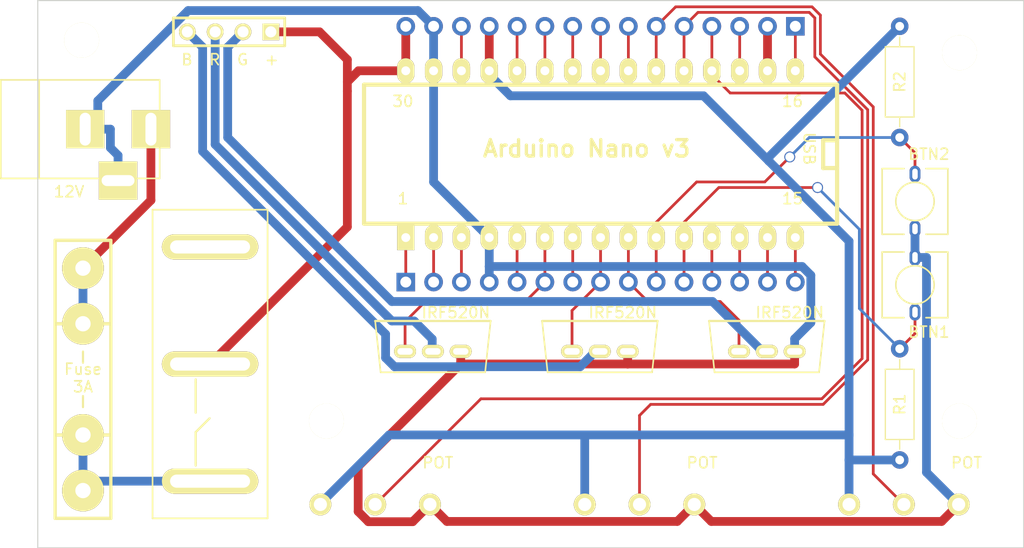
<source format=kicad_pcb>
(kicad_pcb (version 20171130) (host pcbnew "(5.1.12)-1")

  (general
    (thickness 1.6)
    (drawings 31)
    (tracks 180)
    (zones 0)
    (modules 22)
    (nets 35)
  )

  (page User 431.8 279.4)
  (title_block
    (title "RGB LED v2")
    (rev 1)
    (company "coredump Hackerspace")
  )

  (layers
    (0 F.Cu signal)
    (31 B.Cu signal)
    (32 B.Adhes user hide)
    (33 F.Adhes user hide)
    (34 B.Paste user hide)
    (35 F.Paste user hide)
    (36 B.SilkS user hide)
    (37 F.SilkS user hide)
    (38 B.Mask user)
    (39 F.Mask user hide)
    (40 Dwgs.User user)
    (41 Cmts.User user)
    (42 Eco1.User user)
    (43 Eco2.User user)
    (44 Edge.Cuts user)
  )

  (setup
    (last_trace_width 0.25)
    (user_trace_width 0.25)
    (user_trace_width 0.8)
    (trace_clearance 0.15)
    (zone_clearance 0.508)
    (zone_45_only yes)
    (trace_min 0.01)
    (via_size 1)
    (via_drill 0.8)
    (via_min_size 0.0295)
    (via_min_drill 0.0197)
    (uvia_size 0.0295)
    (uvia_drill 0.0197)
    (uvias_allowed no)
    (uvia_min_size 0.0295)
    (uvia_min_drill 0.0197)
    (edge_width 0.1)
    (segment_width 0.2)
    (pcb_text_width 0.3)
    (pcb_text_size 1.5 1.5)
    (mod_edge_width 0.15)
    (mod_text_size 1 1)
    (mod_text_width 0.15)
    (pad_size 1.7 1.7)
    (pad_drill 1)
    (pad_to_mask_clearance 0)
    (aux_axis_origin 0 0)
    (visible_elements 7FFFFFFF)
    (pcbplotparams
      (layerselection 0x00030_80000001)
      (usegerberextensions true)
      (usegerberattributes true)
      (usegerberadvancedattributes true)
      (creategerberjobfile true)
      (excludeedgelayer true)
      (linewidth 0.150000)
      (plotframeref false)
      (viasonmask false)
      (mode 1)
      (useauxorigin false)
      (hpglpennumber 1)
      (hpglpenspeed 20)
      (hpglpendiameter 15.000000)
      (psnegative false)
      (psa4output false)
      (plotreference false)
      (plotvalue false)
      (plotinvisibletext false)
      (padsonsilk false)
      (subtractmaskfromsilk false)
      (outputformat 1)
      (mirror false)
      (drillshape 0)
      (scaleselection 1)
      (outputdirectory "gerber/"))
  )

  (net 0 "")
  (net 1 GND)
  (net 2 "Net-(CON1-Pad1)")
  (net 3 "Net-(CONN1-Pad2)")
  (net 4 "Net-(CONN1-Pad3)")
  (net 5 "Net-(CONN1-Pad4)")
  (net 6 "Net-(F1-Pad2)")
  (net 7 A1)
  (net 8 VIN)
  (net 9 3.3V)
  (net 10 A3)
  (net 11 A4)
  (net 12 A5)
  (net 13 A6)
  (net 14 A7)
  (net 15 A8)
  (net 16 A9)
  (net 17 A10)
  (net 18 A11)
  (net 19 5V)
  (net 20 A13)
  (net 21 A16)
  (net 22 A17)
  (net 23 A18)
  (net 24 A20)
  (net 25 A21)
  (net 26 A22)
  (net 27 A23)
  (net 28 A24)
  (net 29 A25)
  (net 30 A26)
  (net 31 A27)
  (net 32 A28)
  (net 33 A29)
  (net 34 A30)

  (net_class Default "This is the default net class."
    (clearance 0.15)
    (trace_width 0.25)
    (via_dia 1)
    (via_drill 0.8)
    (uvia_dia 0.0295)
    (uvia_drill 0.0197)
    (add_net A1)
    (add_net A10)
    (add_net A11)
    (add_net A13)
    (add_net A16)
    (add_net A17)
    (add_net A18)
    (add_net A20)
    (add_net A21)
    (add_net A22)
    (add_net A23)
    (add_net A24)
    (add_net A25)
    (add_net A26)
    (add_net A27)
    (add_net A28)
    (add_net A29)
    (add_net A3)
    (add_net A30)
    (add_net A4)
    (add_net A5)
    (add_net A6)
    (add_net A7)
    (add_net A8)
    (add_net A9)
  )

  (net_class PWR ""
    (clearance 0.15)
    (trace_width 0.8)
    (via_dia 1)
    (via_drill 0.8)
    (uvia_dia 0.0295)
    (uvia_drill 0.0197)
    (add_net 3.3V)
    (add_net 5V)
    (add_net GND)
    (add_net "Net-(CON1-Pad1)")
    (add_net "Net-(CONN1-Pad2)")
    (add_net "Net-(CONN1-Pad3)")
    (add_net "Net-(CONN1-Pad4)")
    (add_net "Net-(F1-Pad2)")
    (add_net VIN)
  )

  (module Resistors_THT:R_Axial_DIN0207_L6.3mm_D2.5mm_P10.16mm_Horizontal (layer F.Cu) (tedit 5874F706) (tstamp 58BCCF9C)
    (at 97.409 51.816 270)
    (descr "Resistor, Axial_DIN0207 series, Axial, Horizontal, pin pitch=10.16mm, 0.25W = 1/4W, length*diameter=6.3*2.5mm^2, http://cdn-reichelt.de/documents/datenblatt/B400/1_4W%23YAG.pdf")
    (tags "Resistor Axial_DIN0207 series Axial Horizontal pin pitch 10.16mm 0.25W = 1/4W length 6.3mm diameter 2.5mm")
    (path /58AA3913)
    (fp_text reference R1 (at 5.08 0 270) (layer F.SilkS)
      (effects (font (size 1 1) (thickness 0.15)))
    )
    (fp_text value R (at 5.08 2.31 270) (layer F.Fab)
      (effects (font (size 1 1) (thickness 0.15)))
    )
    (fp_line (start 11.25 -1.6) (end -1.05 -1.6) (layer F.CrtYd) (width 0.05))
    (fp_line (start 11.25 1.6) (end 11.25 -1.6) (layer F.CrtYd) (width 0.05))
    (fp_line (start -1.05 1.6) (end 11.25 1.6) (layer F.CrtYd) (width 0.05))
    (fp_line (start -1.05 -1.6) (end -1.05 1.6) (layer F.CrtYd) (width 0.05))
    (fp_line (start 9.18 0) (end 8.29 0) (layer F.SilkS) (width 0.12))
    (fp_line (start 0.98 0) (end 1.87 0) (layer F.SilkS) (width 0.12))
    (fp_line (start 8.29 -1.31) (end 1.87 -1.31) (layer F.SilkS) (width 0.12))
    (fp_line (start 8.29 1.31) (end 8.29 -1.31) (layer F.SilkS) (width 0.12))
    (fp_line (start 1.87 1.31) (end 8.29 1.31) (layer F.SilkS) (width 0.12))
    (fp_line (start 1.87 -1.31) (end 1.87 1.31) (layer F.SilkS) (width 0.12))
    (fp_line (start 10.16 0) (end 8.23 0) (layer F.Fab) (width 0.1))
    (fp_line (start 0 0) (end 1.93 0) (layer F.Fab) (width 0.1))
    (fp_line (start 8.23 -1.25) (end 1.93 -1.25) (layer F.Fab) (width 0.1))
    (fp_line (start 8.23 1.25) (end 8.23 -1.25) (layer F.Fab) (width 0.1))
    (fp_line (start 1.93 1.25) (end 8.23 1.25) (layer F.Fab) (width 0.1))
    (fp_line (start 1.93 -1.25) (end 1.93 1.25) (layer F.Fab) (width 0.1))
    (pad 1 thru_hole circle (at 0 0 270) (size 1.6 1.6) (drill 0.8) (layers *.Cu *.Mask)
      (net 30 A26))
    (pad 2 thru_hole oval (at 10.16 0 270) (size 1.6 1.6) (drill 0.8) (layers *.Cu *.Mask)
      (net 19 5V))
    (model Resistors_ThroughHole.3dshapes/Resistor_Horizontal_RM10mm.wrl
      (offset (xyz 5.079999923706055 0 0))
      (scale (xyz 0.393701 0.393701 0.393701))
      (rotate (xyz 0 0 0))
    )
  )

  (module arduino_nano (layer F.Cu) (tedit 547CCCCD) (tstamp 547B07E1)
    (at 68.834 34.036 180)
    (descr "30 pins DIL package, elliptical pads, width 600mil (arduino nano)")
    (tags "DIL arduino nano")
    (path /54776301)
    (fp_text reference UC1 (at -16.51 0 180) (layer F.SilkS) hide
      (effects (font (size 1.778 1.778) (thickness 0.3048)))
    )
    (fp_text value ARDUINO_NANO (at -10.795 3.175 180) (layer F.SilkS) hide
      (effects (font (size 1.778 1.778) (thickness 0.3048)))
    )
    (fp_line (start -21.59 -1.27) (end -22.86 -1.27) (layer F.SilkS) (width 0.381))
    (fp_line (start -21.59 1.27) (end -21.59 -1.27) (layer F.SilkS) (width 0.381))
    (fp_line (start -22.86 1.27) (end -21.59 1.27) (layer F.SilkS) (width 0.381))
    (fp_line (start -22.86 6.35) (end -22.86 -6.35) (layer F.SilkS) (width 0.381))
    (fp_line (start 20.32 6.35) (end -22.86 6.35) (layer F.SilkS) (width 0.381))
    (fp_line (start 20.32 -6.35) (end 20.32 6.35) (layer F.SilkS) (width 0.381))
    (fp_line (start -22.86 -6.35) (end 20.32 -6.35) (layer F.SilkS) (width 0.381))
    (pad 1 thru_hole oval (at -19.05 7.62 180) (size 1.5748 2.286) (drill 0.8128) (layers *.Cu *.Mask F.SilkS)
      (net 7 A1))
    (pad 2 thru_hole oval (at -16.51 7.62 180) (size 1.5748 2.286) (drill 0.8128) (layers *.Cu *.Mask F.SilkS)
      (net 9 3.3V))
    (pad 3 thru_hole oval (at -13.97 7.62 180) (size 1.5748 2.286) (drill 0.8128) (layers *.Cu *.Mask F.SilkS)
      (net 10 A3))
    (pad 4 thru_hole oval (at -11.43 7.62 180) (size 1.5748 2.286) (drill 0.8128) (layers *.Cu *.Mask F.SilkS)
      (net 11 A4))
    (pad 5 thru_hole oval (at -8.89 7.62 180) (size 1.5748 2.286) (drill 0.8128) (layers *.Cu *.Mask F.SilkS)
      (net 12 A5))
    (pad 6 thru_hole oval (at -6.35 7.62 180) (size 1.5748 2.286) (drill 0.8128) (layers *.Cu *.Mask F.SilkS)
      (net 13 A6))
    (pad 7 thru_hole oval (at -3.81 7.62 180) (size 1.5748 2.286) (drill 0.8128) (layers *.Cu *.Mask F.SilkS)
      (net 14 A7))
    (pad 8 thru_hole oval (at -1.27 7.62 180) (size 1.5748 2.286) (drill 0.8128) (layers *.Cu *.Mask F.SilkS)
      (net 15 A8))
    (pad 9 thru_hole oval (at 1.27 7.62 180) (size 1.5748 2.286) (drill 0.8128) (layers *.Cu *.Mask F.SilkS)
      (net 16 A9))
    (pad 10 thru_hole oval (at 3.81 7.62 180) (size 1.5748 2.286) (drill 0.8128) (layers *.Cu *.Mask F.SilkS)
      (net 17 A10))
    (pad 11 thru_hole oval (at 6.35 7.62 180) (size 1.5748 2.286) (drill 0.8128) (layers *.Cu *.Mask F.SilkS)
      (net 18 A11))
    (pad 12 thru_hole oval (at 8.89 7.62 180) (size 1.5748 2.286) (drill 0.8128) (layers *.Cu *.Mask F.SilkS)
      (net 19 5V))
    (pad 13 thru_hole oval (at 11.43 7.62 180) (size 1.5748 2.286) (drill 0.8128) (layers *.Cu *.Mask F.SilkS)
      (net 20 A13))
    (pad 14 thru_hole oval (at 13.97 7.62 180) (size 1.5748 2.286) (drill 0.8128) (layers *.Cu *.Mask F.SilkS)
      (net 1 GND))
    (pad 15 thru_hole oval (at 16.51 7.62 180) (size 1.5748 2.286) (drill 0.8128) (layers *.Cu *.Mask F.SilkS)
      (net 8 VIN))
    (pad 16 thru_hole rect (at 16.51 -7.62 180) (size 1.5748 2.286) (drill 0.8128) (layers *.Cu *.Mask F.SilkS)
      (net 21 A16))
    (pad 17 thru_hole oval (at 13.97 -7.62 180) (size 1.5748 2.286) (drill 0.8128) (layers *.Cu *.Mask F.SilkS)
      (net 22 A17))
    (pad 18 thru_hole oval (at 11.43 -7.62 180) (size 1.5748 2.286) (drill 0.8128) (layers *.Cu *.Mask F.SilkS)
      (net 23 A18))
    (pad 19 thru_hole oval (at 8.89 -7.62 180) (size 1.5748 2.286) (drill 0.8128) (layers *.Cu *.Mask F.SilkS)
      (net 1 GND))
    (pad 20 thru_hole oval (at 6.35 -7.62 180) (size 1.5748 2.286) (drill 0.8128) (layers *.Cu *.Mask F.SilkS)
      (net 24 A20))
    (pad 21 thru_hole oval (at 3.81 -7.62 180) (size 1.5748 2.286) (drill 0.8128) (layers *.Cu *.Mask F.SilkS)
      (net 25 A21))
    (pad 22 thru_hole oval (at 1.27 -7.62 180) (size 1.5748 2.286) (drill 0.8128) (layers *.Cu *.Mask F.SilkS)
      (net 26 A22))
    (pad 23 thru_hole oval (at -1.27 -7.62 180) (size 1.5748 2.286) (drill 0.8128) (layers *.Cu *.Mask F.SilkS)
      (net 27 A23))
    (pad 24 thru_hole oval (at -3.81 -7.62 180) (size 1.5748 2.286) (drill 0.8128) (layers *.Cu *.Mask F.SilkS)
      (net 28 A24))
    (pad 25 thru_hole oval (at -6.35 -7.62 180) (size 1.5748 2.286) (drill 0.8128) (layers *.Cu *.Mask F.SilkS)
      (net 29 A25))
    (pad 26 thru_hole oval (at -8.89 -7.62 180) (size 1.5748 2.286) (drill 0.8128) (layers *.Cu *.Mask F.SilkS)
      (net 30 A26))
    (pad 27 thru_hole oval (at -11.43 -7.62 180) (size 1.5748 2.286) (drill 0.8128) (layers *.Cu *.Mask F.SilkS)
      (net 31 A27))
    (pad 28 thru_hole oval (at -13.97 -7.62 180) (size 1.5748 2.286) (drill 0.8128) (layers *.Cu *.Mask F.SilkS)
      (net 32 A28))
    (pad 29 thru_hole oval (at -16.51 -7.62 180) (size 1.5748 2.286) (drill 0.8128) (layers *.Cu *.Mask F.SilkS)
      (net 33 A29))
    (pad 30 thru_hole oval (at -19.05 -7.62 180) (size 1.5748 2.286) (drill 0.8128) (layers *.Cu *.Mask F.SilkS)
      (net 34 A30))
    (model /home/danilo/Projects/coredump/rgb-led/kicad-library/arduino-nano.wrl
      (offset (xyz -24.84119962692261 -9.778999853134156 0))
      (scale (xyz 0.3937 0.3937 0.3937))
      (rotate (xyz 0 0 0))
    )
  )

  (module rgbled-custom:KCD3 (layer F.Cu) (tedit 58A9D503) (tstamp 547B0845)
    (at 29.21 67.31 90)
    (path /547836EC)
    (fp_text reference SW1 (at 7.62 5.08 180) (layer F.SilkS) hide
      (effects (font (size 1 1) (thickness 0.15)))
    )
    (fp_text value SPST (at 10.16 5.08 180) (layer F.SilkS) hide
      (effects (font (size 1 1) (thickness 0.15)))
    )
    (fp_line (start 0 10.5) (end 0 0) (layer F.SilkS) (width 0.15))
    (fp_line (start 0 0) (end 28.2 0) (layer F.SilkS) (width 0.15))
    (fp_line (start 28.2 0) (end 28.2 10.5) (layer F.SilkS) (width 0.15))
    (fp_line (start 28.2 10.5) (end 0 10.5) (layer F.SilkS) (width 0.15))
    (pad 1 thru_hole oval (at 3.4 5.25 90) (size 2.3 8.8) (drill oval 1.2 7.3) (layers *.Cu *.Mask F.SilkS)
      (net 6 "Net-(F1-Pad2)"))
    (pad 2 thru_hole oval (at 14.1 5.25 90) (size 2.3 8.8) (drill oval 1.2 7.3) (layers *.Cu *.Mask F.SilkS)
      (net 8 VIN))
    (pad 3 thru_hole oval (at 24.8 5.25 90) (size 2.3 8.8) (drill oval 1.2 7.3) (layers *.Cu *.Mask F.SilkS))
  )

  (module Mounting_Holes:MountingHole_3.2mm_M3 (layer F.Cu) (tedit 58A9C1ED) (tstamp 58A9BC99)
    (at 22.733 23.622)
    (descr "Mounting Hole 3.2mm, no annular, M3")
    (tags "mounting hole 3.2mm no annular m3")
    (fp_text reference REF**_4 (at 0 -4.2) (layer F.SilkS) hide
      (effects (font (size 1 1) (thickness 0.15)))
    )
    (fp_text value MountingHole_3.2mm_M3 (at 0 4.2) (layer F.Fab) hide
      (effects (font (size 1 1) (thickness 0.15)))
    )
    (fp_circle (center 0 0) (end 3.45 0) (layer F.CrtYd) (width 0.05))
    (fp_circle (center 0 0) (end 3.2 0) (layer Cmts.User) (width 0.15))
    (pad 1 np_thru_hole circle (at 0 0) (size 3.2 3.2) (drill 3.2) (layers *.Cu *.Mask F.SilkS))
  )

  (module POT_3 (layer F.Cu) (tedit 58A9BB70) (tstamp 547A1F0F)
    (at 49.53 66.04)
    (path /54775FF7)
    (fp_text reference RV1 (at -5.715 -3.81) (layer F.SilkS) hide
      (effects (font (size 1 1) (thickness 0.15)))
    )
    (fp_text value POT (at 5.715 -3.81) (layer F.SilkS)
      (effects (font (size 1 1) (thickness 0.15)))
    )
    (pad 1 thru_hole circle (at -5 0) (size 2 2) (drill 1.2) (layers *.Cu *.Mask F.SilkS)
      (net 19 5V))
    (pad 2 thru_hole circle (at 0 0) (size 2 2) (drill 1.2) (layers *.Cu *.Mask F.SilkS)
      (net 11 A4))
    (pad 3 thru_hole circle (at 5 0) (size 2 2) (drill 1.2) (layers *.Cu *.Mask F.SilkS)
      (net 1 GND))
  )

  (module PIN_ARRAY_4x1 (layer F.Cu) (tedit 58A9BBEA) (tstamp 547A1F37)
    (at 36.195 22.86 180)
    (descr "Double rangee de contacts 2 x 5 pins")
    (tags CONN)
    (path /5476D68C)
    (fp_text reference CONN1 (at 0 2.54 180) (layer F.SilkS) hide
      (effects (font (size 1.016 1.016) (thickness 0.2032)))
    )
    (fp_text value "RGB LED" (at 0 2.54 180) (layer F.SilkS) hide
      (effects (font (size 1.016 1.016) (thickness 0.2032)))
    )
    (fp_line (start 5.08 1.27) (end 5.08 -1.27) (layer F.SilkS) (width 0.254))
    (fp_line (start -5.08 -1.27) (end -5.08 1.27) (layer F.SilkS) (width 0.254))
    (fp_line (start 5.08 -1.27) (end -5.08 -1.27) (layer F.SilkS) (width 0.254))
    (fp_line (start 5.08 1.27) (end -5.08 1.27) (layer F.SilkS) (width 0.254))
    (pad 1 thru_hole rect (at -3.81 0 180) (size 1.524 1.524) (drill 1.016) (layers *.Cu *.Mask F.SilkS)
      (net 8 VIN))
    (pad 2 thru_hole circle (at -1.27 0 180) (size 1.524 1.524) (drill 1.016) (layers *.Cu *.Mask F.SilkS)
      (net 3 "Net-(CONN1-Pad2)"))
    (pad 3 thru_hole circle (at 1.27 0 180) (size 1.524 1.524) (drill 1.016) (layers *.Cu *.Mask F.SilkS)
      (net 4 "Net-(CONN1-Pad3)"))
    (pad 4 thru_hole circle (at 3.81 0 180) (size 1.524 1.524) (drill 1.016) (layers *.Cu *.Mask F.SilkS)
      (net 5 "Net-(CONN1-Pad4)"))
    (model pin_array\pins_array_4x1.wrl
      (at (xyz 0 0 0))
      (scale (xyz 1 1 1))
      (rotate (xyz 0 0 0))
    )
  )

  (module OSHW_MASK_7MM (layer F.Cu) (tedit 0) (tstamp 547A39AD)
    (at 38.481 30.099)
    (fp_text reference G*** (at 0 3.71094) (layer F.Mask) hide
      (effects (font (size 0.3175 0.3175) (thickness 0.0635)))
    )
    (fp_text value LOGO (at 0 -3.71094) (layer F.Mask) hide
      (effects (font (size 0.3175 0.3175) (thickness 0.0635)))
    )
    (fp_poly (pts (xy -2.1209 3.14452) (xy -2.08534 3.1242) (xy -2.00152 3.0734) (xy -1.88468 2.9972)
      (xy -1.74752 2.90322) (xy -1.60782 2.80924) (xy -1.49606 2.73304) (xy -1.41478 2.68224)
      (xy -1.38176 2.66446) (xy -1.36398 2.66954) (xy -1.29794 2.70256) (xy -1.20142 2.75082)
      (xy -1.14808 2.7813) (xy -1.05918 2.8194) (xy -1.016 2.82702) (xy -1.00838 2.81432)
      (xy -0.97536 2.74574) (xy -0.92456 2.63144) (xy -0.85852 2.48158) (xy -0.78486 2.30378)
      (xy -0.70358 2.11074) (xy -0.6223 1.91516) (xy -0.54356 1.72974) (xy -0.47498 1.5621)
      (xy -0.42164 1.42494) (xy -0.38354 1.33096) (xy -0.37084 1.29032) (xy -0.37592 1.2827)
      (xy -0.4191 1.23952) (xy -0.4953 1.1811) (xy -0.6604 1.04648) (xy -0.8255 0.84328)
      (xy -0.92456 0.61214) (xy -0.95758 0.35306) (xy -0.92964 0.1143) (xy -0.83566 -0.1143)
      (xy -0.67564 -0.32004) (xy -0.4826 -0.47244) (xy -0.254 -0.5715) (xy 0 -0.60198)
      (xy 0.24384 -0.57404) (xy 0.47752 -0.4826) (xy 0.68326 -0.32512) (xy 0.77216 -0.22352)
      (xy 0.89154 -0.01524) (xy 0.96012 0.20828) (xy 0.96774 0.26416) (xy 0.95758 0.51054)
      (xy 0.88392 0.74676) (xy 0.75438 0.95758) (xy 0.57404 1.1303) (xy 0.55118 1.14554)
      (xy 0.46736 1.20904) (xy 0.41148 1.25222) (xy 0.3683 1.28778) (xy 0.68072 2.03962)
      (xy 0.73152 2.16154) (xy 0.81788 2.36728) (xy 0.89408 2.54508) (xy 0.9525 2.68478)
      (xy 0.99568 2.77876) (xy 1.01346 2.81686) (xy 1.016 2.8194) (xy 1.04394 2.82448)
      (xy 1.09982 2.80416) (xy 1.2065 2.75336) (xy 1.27508 2.7178) (xy 1.35636 2.67716)
      (xy 1.39192 2.66446) (xy 1.4224 2.6797) (xy 1.4986 2.7305) (xy 1.61036 2.80416)
      (xy 1.74498 2.8956) (xy 1.87452 2.9845) (xy 1.99136 3.0607) (xy 2.07772 3.11658)
      (xy 2.11836 3.13944) (xy 2.12598 3.13944) (xy 2.16408 3.11912) (xy 2.23012 3.0607)
      (xy 2.33426 2.96418) (xy 2.47904 2.82194) (xy 2.5019 2.79908) (xy 2.62128 2.67716)
      (xy 2.7178 2.57556) (xy 2.7813 2.50444) (xy 2.8067 2.47142) (xy 2.78384 2.43078)
      (xy 2.7305 2.34442) (xy 2.65176 2.22504) (xy 2.55524 2.08534) (xy 2.30632 1.72212)
      (xy 2.44348 1.37922) (xy 2.48666 1.27508) (xy 2.54 1.14808) (xy 2.5781 1.05664)
      (xy 2.59842 1.01854) (xy 2.63652 1.0033) (xy 2.7305 0.98298) (xy 2.86512 0.95504)
      (xy 3.02768 0.92456) (xy 3.18262 0.89408) (xy 3.32232 0.86868) (xy 3.42138 0.84836)
      (xy 3.4671 0.84074) (xy 3.47726 0.83312) (xy 3.48742 0.8128) (xy 3.4925 0.76454)
      (xy 3.49758 0.68072) (xy 3.49758 0.5461) (xy 3.49758 0.35306) (xy 3.49758 0.33274)
      (xy 3.49758 0.14732) (xy 3.4925 0.00254) (xy 3.48742 -0.09398) (xy 3.48234 -0.13208)
      (xy 3.43916 -0.14224) (xy 3.3401 -0.16256) (xy 3.2004 -0.1905) (xy 3.0353 -0.22098)
      (xy 3.02514 -0.22352) (xy 2.8575 -0.25654) (xy 2.72034 -0.28448) (xy 2.62382 -0.30734)
      (xy 2.58064 -0.32004) (xy 2.57302 -0.3302) (xy 2.54 -0.39624) (xy 2.49174 -0.49784)
      (xy 2.4384 -0.62484) (xy 2.38252 -0.75438) (xy 2.3368 -0.87122) (xy 2.30632 -0.95758)
      (xy 2.29616 -0.99822) (xy 2.32156 -1.03886) (xy 2.37744 -1.12268) (xy 2.45872 -1.24206)
      (xy 2.55524 -1.3843) (xy 2.56286 -1.39446) (xy 2.65684 -1.53416) (xy 2.73558 -1.65354)
      (xy 2.78638 -1.73736) (xy 2.8067 -1.77546) (xy 2.80416 -1.778) (xy 2.77368 -1.81864)
      (xy 2.70256 -1.89992) (xy 2.60096 -2.0066) (xy 2.4765 -2.12852) (xy 2.4384 -2.16662)
      (xy 2.30378 -2.30124) (xy 2.20726 -2.3876) (xy 2.14884 -2.43332) (xy 2.1209 -2.44348)
      (xy 2.07772 -2.41808) (xy 1.98882 -2.35966) (xy 1.86944 -2.27838) (xy 1.7272 -2.18186)
      (xy 1.71704 -2.17678) (xy 1.57734 -2.08026) (xy 1.4605 -2.00152) (xy 1.37922 -1.94564)
      (xy 1.34366 -1.92532) (xy 1.33604 -1.92532) (xy 1.28016 -1.94056) (xy 1.1811 -1.97612)
      (xy 1.05664 -2.02438) (xy 0.9271 -2.07518) (xy 0.81026 -2.12598) (xy 0.72136 -2.16662)
      (xy 0.68072 -2.18948) (xy 0.67818 -2.19202) (xy 0.66548 -2.24282) (xy 0.64008 -2.34696)
      (xy 0.6096 -2.49174) (xy 0.57912 -2.66192) (xy 0.57404 -2.68986) (xy 0.54102 -2.85496)
      (xy 0.51562 -2.99466) (xy 0.4953 -3.08864) (xy 0.48514 -3.12928) (xy 0.46228 -3.13436)
      (xy 0.381 -3.13944) (xy 0.25654 -3.14198) (xy 0.10414 -3.14452) (xy -0.05334 -3.14452)
      (xy -0.20828 -3.13944) (xy -0.34036 -3.13436) (xy -0.43434 -3.12928) (xy -0.47244 -3.12166)
      (xy -0.47498 -3.11912) (xy -0.49022 -3.06832) (xy -0.51308 -2.96164) (xy -0.54102 -2.81686)
      (xy -0.57404 -2.64668) (xy -0.57912 -2.6162) (xy -0.61214 -2.44856) (xy -0.64008 -2.3114)
      (xy -0.6604 -2.21996) (xy -0.67056 -2.18186) (xy -0.6858 -2.17424) (xy -0.75438 -2.14376)
      (xy -0.86614 -2.09804) (xy -1.0033 -2.04216) (xy -1.32334 -1.91262) (xy -1.71704 -2.18186)
      (xy -1.7526 -2.20472) (xy -1.89484 -2.30124) (xy -2.00914 -2.37998) (xy -2.09042 -2.43078)
      (xy -2.12344 -2.4511) (xy -2.12598 -2.44856) (xy -2.16662 -2.41554) (xy -2.24536 -2.34188)
      (xy -2.3495 -2.23774) (xy -2.47396 -2.11582) (xy -2.5654 -2.02438) (xy -2.67462 -1.91262)
      (xy -2.7432 -1.83896) (xy -2.77876 -1.7907) (xy -2.794 -1.76276) (xy -2.78892 -1.74498)
      (xy -2.76352 -1.70434) (xy -2.70764 -1.61798) (xy -2.62636 -1.4986) (xy -2.52984 -1.3589)
      (xy -2.4511 -1.24206) (xy -2.36728 -1.10998) (xy -2.3114 -1.016) (xy -2.29108 -0.97028)
      (xy -2.29616 -0.9525) (xy -2.3241 -0.87376) (xy -2.36982 -0.75946) (xy -2.43078 -0.61976)
      (xy -2.5654 -0.30988) (xy -2.77114 -0.26924) (xy -2.89306 -0.24638) (xy -3.06578 -0.21336)
      (xy -3.23088 -0.18034) (xy -3.48996 -0.13208) (xy -3.50012 0.81534) (xy -3.45948 0.83312)
      (xy -3.42138 0.84328) (xy -3.32486 0.8636) (xy -3.1877 0.89154) (xy -3.02768 0.92202)
      (xy -2.89052 0.94742) (xy -2.75336 0.97536) (xy -2.6543 0.99314) (xy -2.60858 1.0033)
      (xy -2.59842 1.01854) (xy -2.56286 1.08458) (xy -2.5146 1.19126) (xy -2.45872 1.31826)
      (xy -2.40284 1.45288) (xy -2.35458 1.5748) (xy -2.32156 1.66878) (xy -2.30886 1.71704)
      (xy -2.32664 1.7526) (xy -2.37998 1.83388) (xy -2.45618 1.95072) (xy -2.55016 2.08788)
      (xy -2.64414 2.22504) (xy -2.72288 2.34188) (xy -2.77876 2.4257) (xy -2.80162 2.4638)
      (xy -2.78892 2.49174) (xy -2.73558 2.55778) (xy -2.63144 2.66446) (xy -2.4765 2.81686)
      (xy -2.4511 2.84226) (xy -2.32918 2.9591) (xy -2.22504 3.05562) (xy -2.15392 3.11912)
      (xy -2.1209 3.14452)) (layer F.Mask) (width 0.00254))
  )

  (module FUSE5-20 (layer F.Cu) (tedit 58A9BBBB) (tstamp 547B0B91)
    (at 22.86 54.61 270)
    (descr "Support fusible 5 x 20")
    (tags DEV)
    (path /547B0358)
    (fp_text reference F1 (at 0 0 270) (layer F.SilkS) hide
      (effects (font (size 2.83464 1.59512) (thickness 0.3048)))
    )
    (fp_text value FUSE (at 0 0 270) (layer F.SilkS) hide
      (effects (font (size 1 1) (thickness 0.25)))
    )
    (fp_line (start 5.08 -2.54) (end 5.08 2.54) (layer F.SilkS) (width 0.3048))
    (fp_line (start -5.08 -2.54) (end -5.08 2.54) (layer F.SilkS) (width 0.3048))
    (fp_line (start -12.7 2.54) (end -12.7 -2.54) (layer F.SilkS) (width 0.3048))
    (fp_line (start 12.7 2.54) (end -12.7 2.54) (layer F.SilkS) (width 0.3048))
    (fp_line (start 12.7 -2.54) (end 12.7 2.54) (layer F.SilkS) (width 0.3048))
    (fp_line (start -12.7 -2.54) (end 12.7 -2.54) (layer F.SilkS) (width 0.3048))
    (pad 1 thru_hole circle (at -10.16 0 270) (size 3.81 3.81) (drill 1.397) (layers *.Cu *.Mask F.SilkS)
      (net 2 "Net-(CON1-Pad1)"))
    (pad 1 thru_hole circle (at -5.08 0 270) (size 3.81 3.81) (drill 1.397) (layers *.Cu *.Mask F.SilkS)
      (net 2 "Net-(CON1-Pad1)"))
    (pad 2 thru_hole circle (at 5.08 0 270) (size 3.81 3.81) (drill 1.397) (layers *.Cu *.Mask F.SilkS)
      (net 6 "Net-(F1-Pad2)"))
    (pad 2 thru_hole circle (at 10.16 0 270) (size 3.81 3.81) (drill 1.397) (layers *.Cu *.Mask F.SilkS)
      (net 6 "Net-(F1-Pad2)"))
  )

  (module IRF520N (layer F.Cu) (tedit 58A9BBFF) (tstamp 547B0811)
    (at 49.53 49.276)
    (path /5476D26F)
    (fp_text reference QR1 (at -1.27 5.08) (layer F.SilkS) hide
      (effects (font (size 1 1) (thickness 0.15)))
    )
    (fp_text value "IRF520N FET" (at 5.08 6.35) (layer F.SilkS) hide
      (effects (font (size 1 1) (thickness 0.15)))
    )
    (fp_line (start 0.5 4.69) (end 0 0) (layer F.SilkS) (width 0.15))
    (fp_line (start 10.04 4.69) (end 0.5 4.69) (layer F.SilkS) (width 0.15))
    (fp_line (start 10.54 0) (end 10.04 4.69) (layer F.SilkS) (width 0.15))
    (fp_line (start 0 0) (end 10.54 0) (layer F.SilkS) (width 0.15))
    (pad G thru_hole oval (at 2.73 2.78) (size 2 1.2) (drill oval 1.4 0.6) (layers *.Cu *.Mask F.SilkS)
      (net 25 A21))
    (pad D thru_hole oval (at 5.27 2.78) (size 2 1.2) (drill oval 1.4 0.6) (layers *.Cu *.Mask F.SilkS)
      (net 4 "Net-(CONN1-Pad3)"))
    (pad S thru_hole oval (at 7.81 2.78) (size 2 1.2) (drill oval 1.4 0.6) (layers *.Cu *.Mask F.SilkS)
      (net 1 GND))
    (model /home/danilo/Projects/rgb-led/kicad-library/irf520n.wrl
      (at (xyz 0 0 0))
      (scale (xyz 0.3937 0.3937 0.3937))
      (rotate (xyz 0 0 0))
    )
  )

  (module IRF520N (layer F.Cu) (tedit 58A9BBFB) (tstamp 547B07F9)
    (at 64.77 49.276)
    (path /5476D28C)
    (fp_text reference QB1 (at -1.27 5.08) (layer F.SilkS) hide
      (effects (font (size 1 1) (thickness 0.15)))
    )
    (fp_text value "IRF520N FET" (at 5.08 6.35) (layer F.SilkS) hide
      (effects (font (size 1 1) (thickness 0.15)))
    )
    (fp_line (start 0.5 4.69) (end 0 0) (layer F.SilkS) (width 0.15))
    (fp_line (start 10.04 4.69) (end 0.5 4.69) (layer F.SilkS) (width 0.15))
    (fp_line (start 10.54 0) (end 10.04 4.69) (layer F.SilkS) (width 0.15))
    (fp_line (start 0 0) (end 10.54 0) (layer F.SilkS) (width 0.15))
    (pad G thru_hole oval (at 2.73 2.78) (size 2 1.2) (drill oval 1.4 0.6) (layers *.Cu *.Mask F.SilkS)
      (net 27 A23))
    (pad D thru_hole oval (at 5.27 2.78) (size 2 1.2) (drill oval 1.4 0.6) (layers *.Cu *.Mask F.SilkS)
      (net 5 "Net-(CONN1-Pad4)"))
    (pad S thru_hole oval (at 7.81 2.78) (size 2 1.2) (drill oval 1.4 0.6) (layers *.Cu *.Mask F.SilkS)
      (net 1 GND))
    (model /home/danilo/Projects/rgb-led/kicad-library/irf520n.wrl
      (at (xyz 0 0 0))
      (scale (xyz 0.3937 0.3937 0.3937))
      (rotate (xyz 0 0 0))
    )
  )

  (module IRF520N (layer F.Cu) (tedit 58A9BBF9) (tstamp 547B0F7F)
    (at 80.01 49.276)
    (path /5476D286)
    (fp_text reference QG1 (at -1.27 5.08) (layer F.SilkS) hide
      (effects (font (size 1 1) (thickness 0.15)))
    )
    (fp_text value "IRF520N FET" (at 5.08 6.35) (layer F.SilkS) hide
      (effects (font (size 1 1) (thickness 0.15)))
    )
    (fp_line (start 0.5 4.69) (end 0 0) (layer F.SilkS) (width 0.15))
    (fp_line (start 10.04 4.69) (end 0.5 4.69) (layer F.SilkS) (width 0.15))
    (fp_line (start 10.54 0) (end 10.04 4.69) (layer F.SilkS) (width 0.15))
    (fp_line (start 0 0) (end 10.54 0) (layer F.SilkS) (width 0.15))
    (pad G thru_hole oval (at 2.73 2.78) (size 2 1.2) (drill oval 1.4 0.6) (layers *.Cu *.Mask F.SilkS)
      (net 28 A24))
    (pad D thru_hole oval (at 5.27 2.78) (size 2 1.2) (drill oval 1.4 0.6) (layers *.Cu *.Mask F.SilkS)
      (net 3 "Net-(CONN1-Pad2)"))
    (pad S thru_hole oval (at 7.81 2.78) (size 2 1.2) (drill oval 1.4 0.6) (layers *.Cu *.Mask F.SilkS)
      (net 1 GND))
    (model /home/danilo/Projects/rgb-led/kicad-library/irf520n.wrl
      (at (xyz 0 0 0))
      (scale (xyz 0.3937 0.3937 0.3937))
      (rotate (xyz 0 0 0))
    )
  )

  (module POT_3_Naked (layer F.Cu) (tedit 58A9BB9D) (tstamp 547A1F1D)
    (at 73.66 66.04)
    (path /54776051)
    (fp_text reference RV2 (at -5.715 -3.81) (layer F.SilkS) hide
      (effects (font (size 1 1) (thickness 0.15)))
    )
    (fp_text value POT (at 5.715 -3.81) (layer F.SilkS)
      (effects (font (size 1 1) (thickness 0.15)))
    )
    (pad 1 thru_hole circle (at -5 0) (size 2 2) (drill 1.2) (layers *.Cu *.Mask F.SilkS)
      (net 19 5V))
    (pad 2 thru_hole circle (at 0 0) (size 2 2) (drill 1.2) (layers *.Cu *.Mask F.SilkS)
      (net 12 A5))
    (pad 3 thru_hole circle (at 5 0) (size 2 2) (drill 1.2) (layers *.Cu *.Mask F.SilkS)
      (net 1 GND))
  )

  (module POT_3_Naked (layer F.Cu) (tedit 58A9BB9F) (tstamp 547B1F95)
    (at 97.79 66.04)
    (path /54776057)
    (fp_text reference RV3 (at -5.715 -3.81) (layer F.SilkS) hide
      (effects (font (size 1 1) (thickness 0.15)))
    )
    (fp_text value POT (at 5.715 -3.81) (layer F.SilkS)
      (effects (font (size 1 1) (thickness 0.15)))
    )
    (pad 1 thru_hole circle (at -5 0) (size 2 2) (drill 1.2) (layers *.Cu *.Mask F.SilkS)
      (net 19 5V))
    (pad 2 thru_hole circle (at 0 0) (size 2 2) (drill 1.2) (layers *.Cu *.Mask F.SilkS)
      (net 13 A6))
    (pad 3 thru_hole circle (at 5 0) (size 2 2) (drill 1.2) (layers *.Cu *.Mask F.SilkS)
      (net 1 GND))
  )

  (module Connect:BARREL_JACK (layer F.Cu) (tedit 58A9C1F3) (tstamp 57DAC1EA)
    (at 22.86 31.75)
    (descr "DC Barrel Jack")
    (tags "Power Jack")
    (path /57CC444D)
    (fp_text reference CON1 (at 10.09904 0 90) (layer F.SilkS) hide
      (effects (font (size 1 1) (thickness 0.15)))
    )
    (fp_text value BARREL_JACK (at 0 -5.99948) (layer F.Fab) hide
      (effects (font (size 1 1) (thickness 0.15)))
    )
    (fp_line (start 7.00024 -4.50088) (end -7.50062 -4.50088) (layer F.SilkS) (width 0.15))
    (fp_line (start 7.00024 4.50088) (end 7.00024 -4.50088) (layer F.SilkS) (width 0.15))
    (fp_line (start -7.50062 4.50088) (end 7.00024 4.50088) (layer F.SilkS) (width 0.15))
    (fp_line (start -7.50062 -4.50088) (end -7.50062 4.50088) (layer F.SilkS) (width 0.15))
    (fp_line (start -4.0005 -4.50088) (end -4.0005 4.50088) (layer F.SilkS) (width 0.15))
    (pad 1 thru_hole rect (at 6.20014 0) (size 3.50012 3.50012) (drill oval 1.00076 2.99974) (layers *.Cu *.Mask F.SilkS)
      (net 2 "Net-(CON1-Pad1)"))
    (pad 2 thru_hole rect (at 0.20066 0) (size 3.50012 3.50012) (drill oval 1.00076 2.99974) (layers *.Cu *.Mask F.SilkS)
      (net 1 GND))
    (pad 3 thru_hole rect (at 3.2004 4.699) (size 3.50012 3.50012) (drill oval 2.99974 1.00076) (layers *.Cu *.Mask F.SilkS)
      (net 1 GND))
    (model Connect.3dshapes/JACK_ALIM.wrl
      (at (xyz 0 0 0))
      (scale (xyz 0.9 0.8 0.8))
      (rotate (xyz 0 0 0))
    )
  )

  (module Mounting_Holes:MountingHole_3.2mm_M3 (layer F.Cu) (tedit 58A9C1E7) (tstamp 57E05AA1)
    (at 102.87 24.765)
    (descr "Mounting Hole 3.2mm, no annular, M3")
    (tags "mounting hole 3.2mm no annular m3")
    (fp_text reference REF**_3 (at 0 -4.2) (layer F.SilkS) hide
      (effects (font (size 1 1) (thickness 0.15)))
    )
    (fp_text value MountingHole_3.2mm_M3 (at 11.43 -3.429) (layer F.Fab) hide
      (effects (font (size 1 1) (thickness 0.15)))
    )
    (fp_circle (center 0 0) (end 3.45 0) (layer F.CrtYd) (width 0.05))
    (fp_circle (center 0 0) (end 3.2 0) (layer Cmts.User) (width 0.15))
    (pad 1 np_thru_hole circle (at 0 0) (size 3.2 3.2) (drill 3.2) (layers *.Cu *.Mask F.SilkS))
  )

  (module Mounting_Holes:MountingHole_3.2mm_M3 (layer F.Cu) (tedit 58A9C1E2) (tstamp 57E05AAE)
    (at 45.085 58.42)
    (descr "Mounting Hole 3.2mm, no annular, M3")
    (tags "mounting hole 3.2mm no annular m3")
    (fp_text reference REF**_2 (at 0 -4.2) (layer F.SilkS) hide
      (effects (font (size 1 1) (thickness 0.15)))
    )
    (fp_text value MountingHole_3.2mm_M3 (at 0 4.2) (layer F.Fab) hide
      (effects (font (size 1 1) (thickness 0.15)))
    )
    (fp_circle (center 0 0) (end 3.45 0) (layer F.CrtYd) (width 0.05))
    (fp_circle (center 0 0) (end 3.2 0) (layer Cmts.User) (width 0.15))
    (pad 1 np_thru_hole circle (at 0 0) (size 3.2 3.2) (drill 3.2) (layers *.Cu *.Mask F.SilkS))
  )

  (module Mounting_Holes:MountingHole_3.2mm_M3 (layer F.Cu) (tedit 58A9C1E5) (tstamp 57E05ABB)
    (at 102.87 58.42)
    (descr "Mounting Hole 3.2mm, no annular, M3")
    (tags "mounting hole 3.2mm no annular m3")
    (fp_text reference REF** (at 0 -4.2) (layer F.SilkS) hide
      (effects (font (size 1 1) (thickness 0.15)))
    )
    (fp_text value MountingHole_3.2mm_M3 (at 12.446 3.302) (layer F.Fab) hide
      (effects (font (size 1 1) (thickness 0.15)))
    )
    (fp_circle (center 0 0) (end 3.45 0) (layer F.CrtYd) (width 0.05))
    (fp_circle (center 0 0) (end 3.2 0) (layer Cmts.User) (width 0.15))
    (pad 1 np_thru_hole circle (at 0 0) (size 3.2 3.2) (drill 3.2) (layers *.Cu *.Mask F.SilkS))
  )

  (module rgbled-custom:Pin_Header_Straight_1x15_Pitch2.54mm_Noborder (layer F.Cu) (tedit 58A9D30C) (tstamp 58B4A1F8)
    (at 52.324 45.72 90)
    (descr "Through hole straight pin header, 1x15, 2.54mm pitch, single row")
    (tags "Through hole pin header THT 1x15 2.54mm single row")
    (path /58A9F032)
    (fp_text reference P2 (at 0 -2.39 90) (layer F.SilkS) hide
      (effects (font (size 1 1) (thickness 0.15)))
    )
    (fp_text value CONN_01X15 (at 0 37.95 90) (layer F.Fab)
      (effects (font (size 1 1) (thickness 0.15)))
    )
    (fp_line (start 1.6 -1.6) (end -1.6 -1.6) (layer F.CrtYd) (width 0.05))
    (fp_line (start 1.6 37.1) (end 1.6 -1.6) (layer F.CrtYd) (width 0.05))
    (fp_line (start -1.6 37.1) (end 1.6 37.1) (layer F.CrtYd) (width 0.05))
    (fp_line (start -1.6 -1.6) (end -1.6 37.1) (layer F.CrtYd) (width 0.05))
    (fp_line (start 1.27 -1.27) (end -1.27 -1.27) (layer F.Fab) (width 0.1))
    (fp_line (start 1.27 36.83) (end 1.27 -1.27) (layer F.Fab) (width 0.1))
    (fp_line (start -1.27 36.83) (end 1.27 36.83) (layer F.Fab) (width 0.1))
    (fp_line (start -1.27 -1.27) (end -1.27 36.83) (layer F.Fab) (width 0.1))
    (pad 1 thru_hole rect (at 0 0 90) (size 1.7 1.7) (drill 1) (layers *.Cu *.Mask)
      (net 21 A16))
    (pad 2 thru_hole oval (at 0 2.54 90) (size 1.7 1.7) (drill 1) (layers *.Cu *.Mask)
      (net 22 A17))
    (pad 3 thru_hole oval (at 0 5.08 90) (size 1.7 1.7) (drill 1) (layers *.Cu *.Mask)
      (net 23 A18))
    (pad 4 thru_hole oval (at 0 7.62 90) (size 1.7 1.7) (drill 1) (layers *.Cu *.Mask)
      (net 1 GND))
    (pad 5 thru_hole oval (at 0 10.16 90) (size 1.7 1.7) (drill 1) (layers *.Cu *.Mask)
      (net 24 A20))
    (pad 6 thru_hole oval (at 0 12.7 90) (size 1.7 1.7) (drill 1) (layers *.Cu *.Mask)
      (net 25 A21))
    (pad 7 thru_hole oval (at 0 15.24 90) (size 1.7 1.7) (drill 1) (layers *.Cu *.Mask)
      (net 26 A22))
    (pad 8 thru_hole oval (at 0 17.78 90) (size 1.7 1.7) (drill 1) (layers *.Cu *.Mask)
      (net 27 A23))
    (pad 9 thru_hole oval (at 0 20.32 90) (size 1.7 1.7) (drill 1) (layers *.Cu *.Mask)
      (net 28 A24))
    (pad 10 thru_hole oval (at 0 22.86 90) (size 1.7 1.7) (drill 1) (layers *.Cu *.Mask)
      (net 29 A25))
    (pad 11 thru_hole oval (at 0 25.4 90) (size 1.7 1.7) (drill 1) (layers *.Cu *.Mask)
      (net 30 A26))
    (pad 12 thru_hole oval (at 0 27.94 90) (size 1.7 1.7) (drill 1) (layers *.Cu *.Mask)
      (net 31 A27))
    (pad 13 thru_hole oval (at 0 30.48 90) (size 1.7 1.7) (drill 1) (layers *.Cu *.Mask)
      (net 32 A28))
    (pad 14 thru_hole oval (at 0 33.02 90) (size 1.7 1.7) (drill 1) (layers *.Cu *.Mask)
      (net 33 A29))
    (pad 15 thru_hole oval (at 0 35.56 90) (size 1.7 1.7) (drill 1) (layers *.Cu *.Mask)
      (net 34 A30))
    (model Socket_Strips.3dshapes/Socket_Strip_Straight_1x15.wrl
      (offset (xyz 0 -17.77999973297119 0))
      (scale (xyz 1 1 1))
      (rotate (xyz 0 0 90))
    )
  )

  (module rgbled-custom:Pin_Header_Straight_1x15_Pitch2.54mm_Noborder (layer F.Cu) (tedit 58A9D30C) (tstamp 58B1EB98)
    (at 87.884 22.352 270)
    (descr "Through hole straight pin header, 1x15, 2.54mm pitch, single row")
    (tags "Through hole pin header THT 1x15 2.54mm single row")
    (path /58A9D155)
    (fp_text reference P1 (at 0 -2.39 270) (layer F.SilkS) hide
      (effects (font (size 1 1) (thickness 0.15)))
    )
    (fp_text value CONN_01X15 (at 0 37.95 270) (layer F.Fab)
      (effects (font (size 1 1) (thickness 0.15)))
    )
    (fp_line (start 1.6 -1.6) (end -1.6 -1.6) (layer F.CrtYd) (width 0.05))
    (fp_line (start 1.6 37.1) (end 1.6 -1.6) (layer F.CrtYd) (width 0.05))
    (fp_line (start -1.6 37.1) (end 1.6 37.1) (layer F.CrtYd) (width 0.05))
    (fp_line (start -1.6 -1.6) (end -1.6 37.1) (layer F.CrtYd) (width 0.05))
    (fp_line (start 1.27 -1.27) (end -1.27 -1.27) (layer F.Fab) (width 0.1))
    (fp_line (start 1.27 36.83) (end 1.27 -1.27) (layer F.Fab) (width 0.1))
    (fp_line (start -1.27 36.83) (end 1.27 36.83) (layer F.Fab) (width 0.1))
    (fp_line (start -1.27 -1.27) (end -1.27 36.83) (layer F.Fab) (width 0.1))
    (pad 1 thru_hole rect (at 0 0 270) (size 1.7 1.7) (drill 1) (layers *.Cu *.Mask)
      (net 7 A1))
    (pad 2 thru_hole oval (at 0 2.54 270) (size 1.7 1.7) (drill 1) (layers *.Cu *.Mask)
      (net 9 3.3V))
    (pad 3 thru_hole oval (at 0 5.08 270) (size 1.7 1.7) (drill 1) (layers *.Cu *.Mask)
      (net 10 A3))
    (pad 4 thru_hole oval (at 0 7.62 270) (size 1.7 1.7) (drill 1) (layers *.Cu *.Mask)
      (net 11 A4))
    (pad 5 thru_hole oval (at 0 10.16 270) (size 1.7 1.7) (drill 1) (layers *.Cu *.Mask)
      (net 12 A5))
    (pad 6 thru_hole oval (at 0 12.7 270) (size 1.7 1.7) (drill 1) (layers *.Cu *.Mask)
      (net 13 A6))
    (pad 7 thru_hole oval (at 0 15.24 270) (size 1.7 1.7) (drill 1) (layers *.Cu *.Mask)
      (net 14 A7))
    (pad 8 thru_hole oval (at 0 17.78 270) (size 1.7 1.7) (drill 1) (layers *.Cu *.Mask)
      (net 15 A8))
    (pad 9 thru_hole oval (at 0 20.32 270) (size 1.7 1.7) (drill 1) (layers *.Cu *.Mask)
      (net 16 A9))
    (pad 10 thru_hole oval (at 0 22.86 270) (size 1.7 1.7) (drill 1) (layers *.Cu *.Mask)
      (net 17 A10))
    (pad 11 thru_hole oval (at 0 25.4 270) (size 1.7 1.7) (drill 1) (layers *.Cu *.Mask)
      (net 18 A11))
    (pad 12 thru_hole oval (at 0 27.94 270) (size 1.7 1.7) (drill 1) (layers *.Cu *.Mask)
      (net 19 5V))
    (pad 13 thru_hole oval (at 0 30.48 270) (size 1.7 1.7) (drill 1) (layers *.Cu *.Mask)
      (net 20 A13))
    (pad 14 thru_hole oval (at 0 33.02 270) (size 1.7 1.7) (drill 1) (layers *.Cu *.Mask)
      (net 1 GND))
    (pad 15 thru_hole oval (at 0 35.56 270) (size 1.7 1.7) (drill 1) (layers *.Cu *.Mask)
      (net 8 VIN))
    (model Socket_Strips.3dshapes/Socket_Strip_Straight_1x15.wrl
      (offset (xyz 0 -17.77999973297119 0))
      (scale (xyz 1 1 1))
      (rotate (xyz 0 0 90))
    )
  )

  (module Resistors_THT:R_Axial_DIN0207_L6.3mm_D2.5mm_P10.16mm_Horizontal (layer F.Cu) (tedit 5874F706) (tstamp 58BCCFA2)
    (at 97.409 32.512 90)
    (descr "Resistor, Axial_DIN0207 series, Axial, Horizontal, pin pitch=10.16mm, 0.25W = 1/4W, length*diameter=6.3*2.5mm^2, http://cdn-reichelt.de/documents/datenblatt/B400/1_4W%23YAG.pdf")
    (tags "Resistor Axial_DIN0207 series Axial Horizontal pin pitch 10.16mm 0.25W = 1/4W length 6.3mm diameter 2.5mm")
    (path /58AA38B0)
    (fp_text reference R2 (at 5.08 0 90) (layer F.SilkS)
      (effects (font (size 1 1) (thickness 0.15)))
    )
    (fp_text value R (at 5.08 2.31 90) (layer F.Fab)
      (effects (font (size 1 1) (thickness 0.15)))
    )
    (fp_line (start 11.25 -1.6) (end -1.05 -1.6) (layer F.CrtYd) (width 0.05))
    (fp_line (start 11.25 1.6) (end 11.25 -1.6) (layer F.CrtYd) (width 0.05))
    (fp_line (start -1.05 1.6) (end 11.25 1.6) (layer F.CrtYd) (width 0.05))
    (fp_line (start -1.05 -1.6) (end -1.05 1.6) (layer F.CrtYd) (width 0.05))
    (fp_line (start 9.18 0) (end 8.29 0) (layer F.SilkS) (width 0.12))
    (fp_line (start 0.98 0) (end 1.87 0) (layer F.SilkS) (width 0.12))
    (fp_line (start 8.29 -1.31) (end 1.87 -1.31) (layer F.SilkS) (width 0.12))
    (fp_line (start 8.29 1.31) (end 8.29 -1.31) (layer F.SilkS) (width 0.12))
    (fp_line (start 1.87 1.31) (end 8.29 1.31) (layer F.SilkS) (width 0.12))
    (fp_line (start 1.87 -1.31) (end 1.87 1.31) (layer F.SilkS) (width 0.12))
    (fp_line (start 10.16 0) (end 8.23 0) (layer F.Fab) (width 0.1))
    (fp_line (start 0 0) (end 1.93 0) (layer F.Fab) (width 0.1))
    (fp_line (start 8.23 -1.25) (end 1.93 -1.25) (layer F.Fab) (width 0.1))
    (fp_line (start 8.23 1.25) (end 8.23 -1.25) (layer F.Fab) (width 0.1))
    (fp_line (start 1.93 1.25) (end 8.23 1.25) (layer F.Fab) (width 0.1))
    (fp_line (start 1.93 -1.25) (end 1.93 1.25) (layer F.Fab) (width 0.1))
    (pad 1 thru_hole circle (at 0 0 90) (size 1.6 1.6) (drill 0.8) (layers *.Cu *.Mask)
      (net 29 A25))
    (pad 2 thru_hole oval (at 10.16 0 90) (size 1.6 1.6) (drill 0.8) (layers *.Cu *.Mask)
      (net 19 5V))
    (model Resistors_ThroughHole.3dshapes/Resistor_Horizontal_RM10mm.wrl
      (offset (xyz 5.079999923706055 0 0))
      (scale (xyz 0.393701 0.393701 0.393701))
      (rotate (xyz 0 0 0))
    )
  )

  (module rgbled-custom:PUSHBUTTON_TS044S (layer F.Cu) (tedit 58AA0ADD) (tstamp 58BCCF96)
    (at 98.806 38.354 270)
    (path /58AA2DA7)
    (fp_text reference BTN2 (at -4.318 -1.27) (layer F.SilkS)
      (effects (font (size 1 1) (thickness 0.15)))
    )
    (fp_text value SPST (at 0 -3.81 270) (layer F.Fab)
      (effects (font (size 1 1) (thickness 0.15)))
    )
    (fp_line (start -3 -3) (end -3 -1) (layer F.SilkS) (width 0.15))
    (fp_line (start 3 -3) (end 3 -1) (layer F.SilkS) (width 0.15))
    (fp_line (start -3 -3) (end 3 -3) (layer F.SilkS) (width 0.15))
    (fp_line (start 3 3) (end 3 1) (layer F.SilkS) (width 0.15))
    (fp_line (start 3 3) (end -3 3) (layer F.SilkS) (width 0.15))
    (fp_line (start -3 3) (end -3 1) (layer F.SilkS) (width 0.15))
    (fp_circle (center 0 0) (end 1.75 0) (layer F.SilkS) (width 0.15))
    (pad 2 thru_hole oval (at 2.5 0 270) (size 1.524 1) (drill oval 1 0.5) (layers *.Cu *.Mask)
      (net 1 GND))
    (pad 1 thru_hole oval (at -2.5 0 270) (size 1.524 1) (drill oval 1 0.5) (layers *.Cu *.Mask)
      (net 29 A25))
  )

  (module rgbled-custom:PUSHBUTTON_TS044S (layer F.Cu) (tedit 58AA0A7D) (tstamp 58BCCF89)
    (at 98.806 45.974 90)
    (path /58AA2EE6)
    (fp_text reference BTN1 (at -4.318 1.27 180) (layer F.SilkS)
      (effects (font (size 1 1) (thickness 0.15)))
    )
    (fp_text value SPST (at 0 -3.81 90) (layer F.Fab)
      (effects (font (size 1 1) (thickness 0.15)))
    )
    (fp_line (start -3 -3) (end -3 -1) (layer F.SilkS) (width 0.15))
    (fp_line (start 3 -3) (end 3 -1) (layer F.SilkS) (width 0.15))
    (fp_line (start -3 -3) (end 3 -3) (layer F.SilkS) (width 0.15))
    (fp_line (start 3 3) (end 3 1) (layer F.SilkS) (width 0.15))
    (fp_line (start 3 3) (end -3 3) (layer F.SilkS) (width 0.15))
    (fp_line (start -3 3) (end -3 1) (layer F.SilkS) (width 0.15))
    (fp_circle (center 0 0) (end 1.75 0) (layer F.SilkS) (width 0.15))
    (pad 2 thru_hole oval (at 2.5 0 90) (size 1.524 1) (drill oval 1 0.5) (layers *.Cu *.Mask)
      (net 1 GND))
    (pad 1 thru_hole oval (at -2.5 0 90) (size 1.524 1) (drill oval 1 0.5) (layers *.Cu *.Mask)
      (net 30 A26))
  )

  (gr_text IRF520N (at 87.376 48.514) (layer F.SilkS)
    (effects (font (size 1 1) (thickness 0.15)))
  )
  (gr_text IRF520N (at 72.136 48.514) (layer F.SilkS)
    (effects (font (size 1 1) (thickness 0.15)))
  )
  (gr_text IRF520N (at 56.896 48.514) (layer F.SilkS)
    (effects (font (size 1 1) (thickness 0.15)))
  )
  (gr_text "Fuse\n3A" (at 22.86 54.483) (layer F.SilkS)
    (effects (font (size 1 1) (thickness 0.15)))
  )
  (gr_text B (at 31.75 25.4) (layer F.SilkS)
    (effects (font (size 1 1) (thickness 0.15)) (justify left))
  )
  (gr_text R (at 34.29 25.4) (layer F.SilkS)
    (effects (font (size 1 1) (thickness 0.15)) (justify left))
  )
  (gr_text G (at 36.83 25.4) (layer F.SilkS)
    (effects (font (size 1 1) (thickness 0.15)) (justify left))
  )
  (gr_text + (at 39.37 25.4) (layer F.SilkS)
    (effects (font (size 1 1) (thickness 0.15)) (justify left))
  )
  (gr_text 12V (at 21.59 37.465) (layer F.SilkS)
    (effects (font (size 1 1) (thickness 0.15)))
  )
  (gr_text USB (at 89.154 33.528 270) (layer F.SilkS)
    (effects (font (size 1 1) (thickness 0.15)))
  )
  (gr_text 1 (at 52.07 38.1) (layer F.SilkS)
    (effects (font (size 1 1) (thickness 0.15)))
  )
  (gr_text 30 (at 52.07 29.21) (layer F.SilkS)
    (effects (font (size 1 1) (thickness 0.15)))
  )
  (gr_text "Arduino Nano v3" (at 68.834 33.528) (layer F.SilkS)
    (effects (font (size 1.5 1.5) (thickness 0.3)))
  )
  (gr_text 15 (at 87.63 38.1) (layer F.SilkS)
    (effects (font (size 1 1) (thickness 0.15)))
  )
  (gr_text 16 (at 87.63 29.21) (layer F.SilkS)
    (effects (font (size 1 1) (thickness 0.15)))
  )
  (gr_text "open source\nhardware" (at 38.481 35.179) (layer F.Mask)
    (effects (font (size 1.4 1.4) (thickness 0.25)))
  )
  (gr_text "coredump.ch\nRGB LED V2.2 2017" (at 105.41 42.164 270) (layer F.Mask)
    (effects (font (size 1.2 1.2) (thickness 0.2)))
  )
  (gr_line (start 80.01 49.276) (end 90.551 49.276) (angle 90) (layer F.SilkS) (width 0.2))
  (gr_line (start 64.77 49.276) (end 75.311 49.276) (angle 90) (layer F.SilkS) (width 0.2))
  (gr_line (start 49.53 49.276) (end 60.071 49.276) (angle 90) (layer F.SilkS) (width 0.2))
  (gr_line (start 33.147 62.23) (end 33.147 62.484) (angle 90) (layer F.SilkS) (width 0.2))
  (gr_line (start 33.147 54.864) (end 33.147 54.61) (angle 90) (layer F.SilkS) (width 0.2))
  (gr_line (start 33.147 59.436) (end 34.417 58.166) (angle 90) (layer F.SilkS) (width 0.2))
  (gr_line (start 33.147 54.864) (end 33.147 57.658) (angle 90) (layer F.SilkS) (width 0.2))
  (gr_line (start 33.147 62.23) (end 33.147 59.436) (angle 90) (layer F.SilkS) (width 0.2))
  (gr_line (start 22.86 56.134) (end 22.86 57.15) (angle 90) (layer F.SilkS) (width 0.2))
  (gr_line (start 22.86 52.07) (end 22.86 53.086) (angle 90) (layer F.SilkS) (width 0.2))
  (gr_line (start 18.73 20) (end 18.73 70) (angle 90) (layer Edge.Cuts) (width 0.1))
  (gr_line (start 18.73 20) (end 108.73 20) (angle 90) (layer Edge.Cuts) (width 0.1))
  (gr_line (start 108.73 20) (end 108.73 70) (angle 90) (layer Edge.Cuts) (width 0.1))
  (gr_line (start 18.73 70) (end 108.73 70) (angle 90) (layer Edge.Cuts) (width 0.1))

  (segment (start 59.944 41.656) (end 54.864 36.576) (width 0.8) (layer B.Cu) (net 1))
  (segment (start 54.864 36.576) (end 54.864 26.416) (width 0.8) (layer B.Cu) (net 1))
  (segment (start 59.944 44.2996) (end 59.944 41.656) (width 0.8) (layer B.Cu) (net 1))
  (segment (start 59.944 45.72) (end 59.944 44.2996) (width 0.8) (layer B.Cu) (net 1))
  (segment (start 87.82 50.9059) (end 89.2973 49.4286) (width 0.8) (layer B.Cu) (net 1))
  (segment (start 89.2973 49.4286) (end 89.2973 45.0964) (width 0.8) (layer B.Cu) (net 1))
  (segment (start 89.2973 45.0964) (end 88.5005 44.2996) (width 0.8) (layer B.Cu) (net 1))
  (segment (start 88.5005 44.2996) (end 59.944 44.2996) (width 0.8) (layer B.Cu) (net 1))
  (segment (start 87.82 52.056) (end 87.82 50.9059) (width 0.8) (layer B.Cu) (net 1))
  (segment (start 78.66 66.04) (end 77.1098 67.5902) (width 0.8) (layer F.Cu) (net 1))
  (segment (start 77.1098 67.5902) (end 56.0802 67.5902) (width 0.8) (layer F.Cu) (net 1))
  (segment (start 56.0802 67.5902) (end 54.53 66.04) (width 0.8) (layer F.Cu) (net 1))
  (segment (start 102.79 66.04) (end 101.2398 67.5902) (width 0.8) (layer F.Cu) (net 1))
  (segment (start 101.2398 67.5902) (end 80.2102 67.5902) (width 0.8) (layer F.Cu) (net 1))
  (segment (start 80.2102 67.5902) (end 78.66 66.04) (width 0.8) (layer F.Cu) (net 1))
  (segment (start 57.34 53.2061) (end 47.9798 62.5663) (width 0.8) (layer F.Cu) (net 1))
  (segment (start 47.9798 62.5663) (end 47.9798 66.6861) (width 0.8) (layer F.Cu) (net 1))
  (segment (start 47.9798 66.6861) (end 48.9083 67.6146) (width 0.8) (layer F.Cu) (net 1))
  (segment (start 48.9083 67.6146) (end 52.9554 67.6146) (width 0.8) (layer F.Cu) (net 1))
  (segment (start 52.9554 67.6146) (end 54.53 66.04) (width 0.8) (layer F.Cu) (net 1))
  (segment (start 57.34 52.9685) (end 57.34 53.2061) (width 0.8) (layer F.Cu) (net 1))
  (segment (start 57.34 52.056) (end 57.34 52.9685) (width 0.8) (layer F.Cu) (net 1))
  (segment (start 72.58 53.2061) (end 57.34 53.2061) (width 0.8) (layer F.Cu) (net 1))
  (segment (start 72.58 52.9685) (end 72.58 53.2061) (width 0.8) (layer F.Cu) (net 1))
  (segment (start 72.58 52.056) (end 72.58 52.9685) (width 0.8) (layer F.Cu) (net 1))
  (segment (start 87.82 52.056) (end 87.82 53.2061) (width 0.8) (layer F.Cu) (net 1))
  (segment (start 87.82 53.2061) (end 72.58 53.2061) (width 0.8) (layer F.Cu) (net 1))
  (segment (start 24.2108 31.75) (end 24.2108 29.1624) (width 0.8) (layer B.Cu) (net 1))
  (segment (start 24.2108 29.1624) (end 32.4568 20.9164) (width 0.8) (layer B.Cu) (net 1))
  (segment (start 32.4568 20.9164) (end 53.4284 20.9164) (width 0.8) (layer B.Cu) (net 1))
  (segment (start 53.4284 20.9164) (end 54.864 22.352) (width 0.8) (layer B.Cu) (net 1))
  (segment (start 24.2108 31.75) (end 25.3609 31.75) (width 0.8) (layer B.Cu) (net 1))
  (segment (start 23.0607 31.75) (end 24.2108 31.75) (width 0.8) (layer B.Cu) (net 1))
  (segment (start 26.0604 36.449) (end 26.0604 34.1488) (width 0.8) (layer B.Cu) (net 1))
  (segment (start 26.0604 34.1488) (end 25.3609 33.4493) (width 0.8) (layer B.Cu) (net 1))
  (segment (start 25.3609 33.4493) (end 25.3609 31.75) (width 0.8) (layer B.Cu) (net 1))
  (segment (start 54.864 22.352) (end 54.864 26.416) (width 0.8) (layer B.Cu) (net 1))
  (segment (start 98.806 43.474) (end 99.8561 43.474) (width 0.8) (layer B.Cu) (net 1))
  (segment (start 99.8561 43.474) (end 99.8561 63.1061) (width 0.8) (layer B.Cu) (net 1))
  (segment (start 99.8561 63.1061) (end 102.79 66.04) (width 0.8) (layer B.Cu) (net 1))
  (segment (start 98.806 40.854) (end 98.806 43.474) (width 0.8) (layer B.Cu) (net 1))
  (segment (start 22.86 44.45) (end 22.86 49.53) (width 0.8) (layer B.Cu) (net 2))
  (segment (start 29.0601 31.75) (end 29.0601 38.2499) (width 0.8) (layer F.Cu) (net 2))
  (segment (start 29.0601 38.2499) (end 22.86 44.45) (width 0.8) (layer F.Cu) (net 2))
  (segment (start 85.28 52.006) (end 85.28 52.056) (width 0.8) (layer B.Cu) (net 3))
  (segment (start 37.465 22.86) (end 36.068 24.257) (width 0.8) (layer B.Cu) (net 3))
  (segment (start 36.068 24.257) (end 36.068 32.512) (width 0.8) (layer B.Cu) (net 3))
  (segment (start 36.068 32.512) (end 51.054 47.498) (width 0.8) (layer B.Cu) (net 3))
  (segment (start 51.054 47.498) (end 80.322 47.498) (width 0.8) (layer B.Cu) (net 3))
  (segment (start 80.322 47.498) (end 84.88 52.056) (width 0.8) (layer B.Cu) (net 3))
  (segment (start 84.88 52.056) (end 85.28 52.056) (width 0.8) (layer B.Cu) (net 3))
  (segment (start 54.624 52.056) (end 54.737 51.943) (width 0.8) (layer B.Cu) (net 4))
  (segment (start 54.624 52.056) (end 54.4 52.056) (width 0.8) (layer B.Cu) (net 4))
  (segment (start 54.8 52.056) (end 54.624 52.056) (width 0.8) (layer B.Cu) (net 4))
  (segment (start 54.737 51.943) (end 54.737 50.927) (width 0.8) (layer B.Cu) (net 4))
  (segment (start 54.737 50.927) (end 53.086 49.276) (width 0.8) (layer B.Cu) (net 4))
  (segment (start 53.086 49.276) (end 51.054 49.276) (width 0.8) (layer B.Cu) (net 4))
  (segment (start 51.054 49.276) (end 34.925 33.147) (width 0.8) (layer B.Cu) (net 4))
  (segment (start 34.925 33.147) (end 34.925 22.86) (width 0.8) (layer B.Cu) (net 4))
  (segment (start 70.04 52.056) (end 70.04 52.006) (width 0.8) (layer B.Cu) (net 5))
  (segment (start 32.385 22.86) (end 33.782 24.257) (width 0.8) (layer B.Cu) (net 5))
  (segment (start 33.782 24.257) (end 33.782 33.782) (width 0.8) (layer B.Cu) (net 5))
  (segment (start 33.782 33.782) (end 50.4825 50.4825) (width 0.8) (layer B.Cu) (net 5))
  (segment (start 50.4825 50.4825) (end 50.4825 52.6415) (width 0.8) (layer B.Cu) (net 5))
  (segment (start 50.4825 52.6415) (end 51.297 53.456) (width 0.8) (layer B.Cu) (net 5))
  (segment (start 51.297 53.456) (end 68.24 53.456) (width 0.8) (layer B.Cu) (net 5))
  (segment (start 68.24 53.456) (end 69.64 52.056) (width 0.8) (layer B.Cu) (net 5))
  (segment (start 69.64 52.056) (end 70.04 52.056) (width 0.8) (layer B.Cu) (net 5))
  (segment (start 22.86 59.69) (end 22.86 64.77) (width 0.8) (layer B.Cu) (net 6))
  (segment (start 34.46 63.91) (end 23.72 63.91) (width 0.8) (layer B.Cu) (net 6))
  (segment (start 23.72 63.91) (end 22.86 64.77) (width 0.8) (layer B.Cu) (net 6))
  (segment (start 87.884 26.416) (end 87.884 22.352) (width 0.25) (layer F.Cu) (net 7))
  (segment (start 46.99 27.432) (end 48.006 26.416) (width 0.8) (layer F.Cu) (net 8))
  (segment (start 48.006 26.416) (end 52.324 26.416) (width 0.8) (layer F.Cu) (net 8))
  (segment (start 40.005 22.86) (end 44.45 22.86) (width 0.8) (layer F.Cu) (net 8))
  (segment (start 44.45 22.86) (end 46.99 25.4) (width 0.8) (layer F.Cu) (net 8))
  (segment (start 46.99 25.4) (end 46.99 27.432) (width 0.8) (layer F.Cu) (net 8))
  (segment (start 46.99 28.283) (end 46.99 27.432) (width 0.8) (layer F.Cu) (net 8))
  (segment (start 34.46 53.21) (end 46.99 40.68) (width 0.8) (layer F.Cu) (net 8))
  (segment (start 46.99 40.68) (end 46.99 28.283) (width 0.8) (layer F.Cu) (net 8))
  (segment (start 52.324 22.352) (end 52.324 26.416) (width 0.8) (layer F.Cu) (net 8))
  (segment (start 85.344 22.352) (end 85.344 26.416) (width 0.8) (layer F.Cu) (net 9))
  (segment (start 82.804 26.416) (end 82.804 22.352) (width 0.25) (layer F.Cu) (net 10))
  (segment (start 80.264 22.352) (end 80.264 26.416) (width 0.25) (layer F.Cu) (net 11))
  (segment (start 49.53 66.04) (end 59.182 56.388) (width 0.25) (layer F.Cu) (net 11))
  (segment (start 59.182 56.388) (end 90.297 56.388) (width 0.25) (layer F.Cu) (net 11))
  (segment (start 90.297 56.388) (end 93.98 52.705) (width 0.25) (layer F.Cu) (net 11))
  (segment (start 93.98 52.705) (end 93.98 30.0297) (width 0.25) (layer F.Cu) (net 11))
  (segment (start 93.98 30.0297) (end 92.3983 28.448) (width 0.25) (layer F.Cu) (net 11))
  (segment (start 92.3983 28.448) (end 81.9404 28.448) (width 0.25) (layer F.Cu) (net 11))
  (segment (start 81.9404 28.448) (end 80.264 26.7716) (width 0.25) (layer F.Cu) (net 11))
  (segment (start 80.264 26.7716) (end 80.264 26.416) (width 0.25) (layer F.Cu) (net 11))
  (segment (start 77.724 22.352) (end 77.724 26.416) (width 0.25) (layer F.Cu) (net 12))
  (segment (start 77.724 22.352) (end 78.994 21.082) (width 0.25) (layer F.Cu) (net 12))
  (segment (start 78.994 21.082) (end 89.154 21.082) (width 0.25) (layer F.Cu) (net 12))
  (segment (start 89.154 21.082) (end 89.662 21.59) (width 0.25) (layer F.Cu) (net 12))
  (segment (start 89.662 21.59) (end 89.662 25.146) (width 0.25) (layer F.Cu) (net 12))
  (segment (start 89.662 25.146) (end 94.488 29.972) (width 0.25) (layer F.Cu) (net 12))
  (segment (start 94.488 29.972) (end 94.488 52.832) (width 0.25) (layer F.Cu) (net 12))
  (segment (start 94.488 52.832) (end 90.424 56.896) (width 0.25) (layer F.Cu) (net 12))
  (segment (start 90.424 56.896) (end 74.676 56.896) (width 0.25) (layer F.Cu) (net 12))
  (segment (start 74.676 56.896) (end 73.66 57.912) (width 0.25) (layer F.Cu) (net 12))
  (segment (start 73.66 57.912) (end 73.66 66.04) (width 0.25) (layer F.Cu) (net 12))
  (segment (start 75.184 26.416) (end 75.184 22.352) (width 0.25) (layer F.Cu) (net 13))
  (segment (start 75.184 22.352) (end 76.962 20.574) (width 0.25) (layer F.Cu) (net 13))
  (segment (start 76.962 20.574) (end 89.408 20.574) (width 0.25) (layer F.Cu) (net 13))
  (segment (start 89.408 20.574) (end 90.17 21.336) (width 0.25) (layer F.Cu) (net 13))
  (segment (start 90.17 21.336) (end 90.17 24.892) (width 0.25) (layer F.Cu) (net 13))
  (segment (start 90.17 24.892) (end 94.996 29.718) (width 0.25) (layer F.Cu) (net 13))
  (segment (start 94.996 29.718) (end 94.996 63.246) (width 0.25) (layer F.Cu) (net 13))
  (segment (start 94.996 63.246) (end 97.79 66.04) (width 0.25) (layer F.Cu) (net 13))
  (segment (start 72.644 22.352) (end 72.644 26.416) (width 0.25) (layer F.Cu) (net 14))
  (segment (start 70.104 26.416) (end 70.104 22.352) (width 0.25) (layer F.Cu) (net 15))
  (segment (start 67.564 22.352) (end 67.564 26.416) (width 0.25) (layer F.Cu) (net 16))
  (segment (start 65.024 26.416) (end 65.024 22.352) (width 0.25) (layer F.Cu) (net 17))
  (segment (start 62.484 22.352) (end 62.484 26.416) (width 0.25) (layer F.Cu) (net 18))
  (segment (start 85.471 34.671) (end 92.7862 41.9862) (width 0.8) (layer B.Cu) (net 19))
  (segment (start 92.7862 41.9862) (end 92.7862 59.6862) (width 0.8) (layer B.Cu) (net 19))
  (segment (start 92.7862 59.6862) (end 92.79 59.69) (width 0.8) (layer B.Cu) (net 19))
  (segment (start 59.944 26.416) (end 59.944 26.7716) (width 0.8) (layer B.Cu) (net 19))
  (segment (start 59.944 26.7716) (end 61.8744 28.702) (width 0.8) (layer B.Cu) (net 19))
  (segment (start 61.8744 28.702) (end 79.502 28.702) (width 0.8) (layer B.Cu) (net 19))
  (segment (start 79.502 28.702) (end 85.471 34.671) (width 0.8) (layer B.Cu) (net 19))
  (segment (start 92.7862 61.976) (end 92.7862 66.0362) (width 0.8) (layer B.Cu) (net 19))
  (segment (start 92.7862 66.0362) (end 92.79 66.04) (width 0.8) (layer B.Cu) (net 19))
  (segment (start 92.79 59.69) (end 92.7862 59.6938) (width 0.8) (layer B.Cu) (net 19))
  (segment (start 92.7862 59.6938) (end 92.7862 61.976) (width 0.8) (layer B.Cu) (net 19))
  (segment (start 68.66 59.69) (end 92.79 59.69) (width 0.8) (layer B.Cu) (net 19))
  (segment (start 68.66 66.04) (end 68.66 59.69) (width 0.8) (layer B.Cu) (net 19))
  (segment (start 68.66 59.69) (end 50.8 59.69) (width 0.8) (layer B.Cu) (net 19))
  (segment (start 50.8 59.69) (end 44.53 65.96) (width 0.8) (layer B.Cu) (net 19))
  (segment (start 44.53 65.96) (end 44.53 66.04) (width 0.8) (layer B.Cu) (net 19))
  (segment (start 59.944 26.416) (end 59.944 22.352) (width 0.8) (layer F.Cu) (net 19))
  (segment (start 97.409 22.352) (end 85.471 34.29) (width 0.8) (layer B.Cu) (net 19))
  (segment (start 85.471 34.29) (end 85.471 34.671) (width 0.8) (layer B.Cu) (net 19))
  (segment (start 97.409 61.976) (end 92.7862 61.976) (width 0.8) (layer B.Cu) (net 19))
  (segment (start 57.404 22.352) (end 57.404 26.416) (width 0.25) (layer F.Cu) (net 20))
  (segment (start 52.324 41.656) (end 52.324 45.72) (width 0.25) (layer F.Cu) (net 21))
  (segment (start 54.864 45.72) (end 54.864 41.656) (width 0.25) (layer F.Cu) (net 22))
  (segment (start 57.404 41.656) (end 57.404 45.72) (width 0.25) (layer F.Cu) (net 23))
  (segment (start 62.484 41.656) (end 62.484 45.72) (width 0.25) (layer F.Cu) (net 24))
  (segment (start 65.024 45.72) (end 65.024 41.656) (width 0.25) (layer F.Cu) (net 25))
  (segment (start 52.26 52.056) (end 52.26 49.34) (width 0.25) (layer F.Cu) (net 25))
  (segment (start 52.26 49.34) (end 54.102 47.498) (width 0.25) (layer F.Cu) (net 25))
  (segment (start 54.102 47.498) (end 63.246 47.498) (width 0.25) (layer F.Cu) (net 25))
  (segment (start 63.246 47.498) (end 65.024 45.72) (width 0.25) (layer F.Cu) (net 25))
  (segment (start 67.564 45.72) (end 67.564 41.656) (width 0.25) (layer F.Cu) (net 26))
  (segment (start 67.5 52.056) (end 67.564 51.992) (width 0.25) (layer F.Cu) (net 27))
  (segment (start 70.104 41.656) (end 70.104 45.72) (width 0.25) (layer F.Cu) (net 27))
  (segment (start 67.5 52.056) (end 67.5 48.324) (width 0.25) (layer F.Cu) (net 27))
  (segment (start 67.5 48.324) (end 70.104 45.72) (width 0.25) (layer F.Cu) (net 27))
  (segment (start 72.644 45.72) (end 72.644 41.656) (width 0.25) (layer F.Cu) (net 28))
  (segment (start 82.74 52.056) (end 82.74 49.212) (width 0.25) (layer F.Cu) (net 28))
  (segment (start 82.74 49.212) (end 81.026 47.498) (width 0.25) (layer F.Cu) (net 28))
  (segment (start 81.026 47.498) (end 74.422 47.498) (width 0.25) (layer F.Cu) (net 28))
  (segment (start 74.422 47.498) (end 72.644 45.72) (width 0.25) (layer F.Cu) (net 28))
  (segment (start 97.409 32.512) (end 89.154 32.512) (width 0.25) (layer B.Cu) (net 29))
  (segment (start 89.154 32.512) (end 87.376 34.29) (width 0.25) (layer B.Cu) (net 29))
  (segment (start 75.184 41.656) (end 75.184 45.72) (width 0.25) (layer F.Cu) (net 29))
  (segment (start 75.184 41.656) (end 75.184 40.263) (width 0.25) (layer F.Cu) (net 29))
  (segment (start 75.184 40.263) (end 78.871 36.576) (width 0.25) (layer F.Cu) (net 29))
  (segment (start 78.871 36.576) (end 85.09 36.576) (width 0.25) (layer F.Cu) (net 29))
  (segment (start 85.09 36.576) (end 87.376 34.29) (width 0.25) (layer F.Cu) (net 29))
  (segment (start 98.806 35.854) (end 98.806 33.909) (width 0.25) (layer F.Cu) (net 29))
  (segment (start 98.806 33.909) (end 97.409 32.512) (width 0.25) (layer F.Cu) (net 29))
  (via (at 87.376 34.29) (size 1) (layers F.Cu B.Cu) (net 29))
  (segment (start 89.916 37.084) (end 80.903 37.084) (width 0.25) (layer F.Cu) (net 30))
  (segment (start 80.903 37.084) (end 77.724 40.263) (width 0.25) (layer F.Cu) (net 30))
  (segment (start 77.724 40.263) (end 77.724 41.656) (width 0.25) (layer F.Cu) (net 30))
  (segment (start 77.724 45.72) (end 77.724 41.656) (width 0.25) (layer F.Cu) (net 30))
  (segment (start 89.916 37.084) (end 93.726 40.894) (width 0.25) (layer B.Cu) (net 30))
  (segment (start 93.726 40.894) (end 93.726 48.133) (width 0.25) (layer B.Cu) (net 30))
  (segment (start 93.726 48.133) (end 97.409 51.816) (width 0.25) (layer B.Cu) (net 30))
  (segment (start 98.806 48.474) (end 98.806 50.419) (width 0.25) (layer F.Cu) (net 30))
  (segment (start 98.806 50.419) (end 97.409 51.816) (width 0.25) (layer F.Cu) (net 30))
  (via (at 89.916 37.084) (size 1) (layers F.Cu B.Cu) (net 30))
  (segment (start 80.264 41.656) (end 80.264 45.72) (width 0.25) (layer F.Cu) (net 31))
  (segment (start 82.804 45.72) (end 82.804 41.656) (width 0.25) (layer F.Cu) (net 32))
  (segment (start 85.344 41.656) (end 85.344 45.72) (width 0.25) (layer F.Cu) (net 33))
  (segment (start 87.884 45.72) (end 87.884 41.656) (width 0.25) (layer F.Cu) (net 34))

)

</source>
